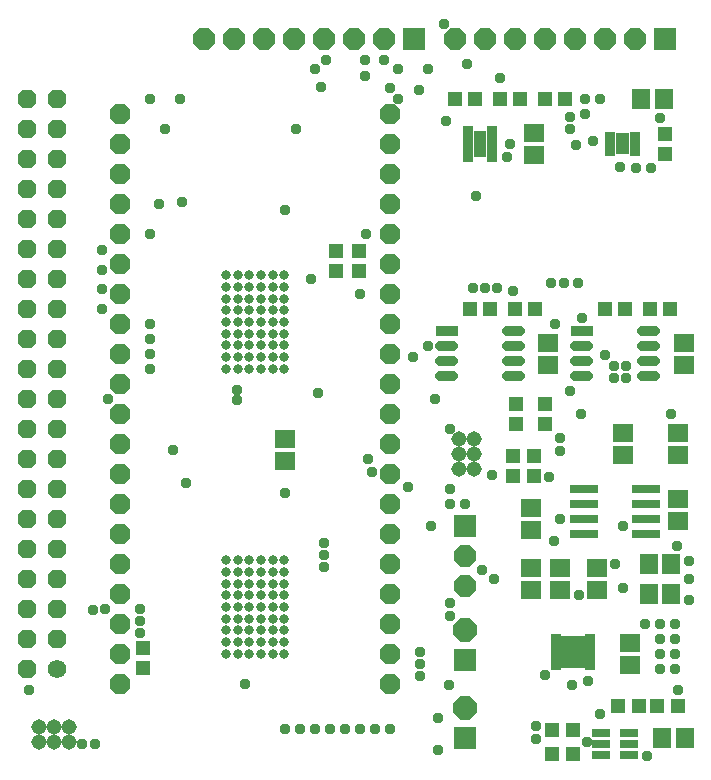
<source format=gbr>
G04 EAGLE Gerber RS-274X export*
G75*
%MOMM*%
%FSLAX34Y34*%
%LPD*%
%INSoldermask Top*%
%IPPOS*%
%AMOC8*
5,1,8,0,0,1.08239X$1,22.5*%
G01*
%ADD10P,1.843527X8X202.500000*%
%ADD11R,1.203200X1.303200*%
%ADD12C,0.812800*%
%ADD13R,1.524000X0.762000*%
%ADD14R,1.303200X1.203200*%
%ADD15R,1.503200X1.703200*%
%ADD16R,1.703200X1.503200*%
%ADD17R,1.803200X1.503200*%
%ADD18R,1.955800X0.863600*%
%ADD19C,0.863600*%
%ADD20R,2.403200X0.803200*%
%ADD21R,1.503200X1.803200*%
%ADD22R,0.812800X0.483109*%
%ADD23R,1.103200X2.203200*%
%ADD24C,0.622300*%
%ADD25C,1.308100*%
%ADD26C,1.574800*%
%ADD27P,1.704548X8X112.500000*%
%ADD28R,0.965200X0.483200*%
%ADD29R,1.092200X1.803400*%
%ADD30C,0.508000*%
%ADD31P,2.144431X8X202.500000*%
%ADD32R,1.981200X1.981200*%
%ADD33P,2.005885X8X22.500000*%
%ADD34R,1.853200X1.853200*%
%ADD35P,2.005885X8X292.500000*%
%ADD36R,0.965200X0.508000*%
%ADD37R,2.006600X2.794000*%
%ADD38C,0.959600*%

G36*
X449637Y548040D02*
X449637Y548040D01*
X449639Y548039D01*
X449682Y548059D01*
X449726Y548077D01*
X449726Y548079D01*
X449728Y548080D01*
X449761Y548165D01*
X449761Y569435D01*
X449760Y569437D01*
X449761Y569439D01*
X449741Y569482D01*
X449723Y569526D01*
X449721Y569526D01*
X449720Y569528D01*
X449635Y569561D01*
X439365Y569561D01*
X439363Y569560D01*
X439361Y569561D01*
X439318Y569541D01*
X439274Y569523D01*
X439274Y569521D01*
X439272Y569520D01*
X439239Y569435D01*
X439239Y548165D01*
X439240Y548163D01*
X439239Y548161D01*
X439259Y548118D01*
X439277Y548074D01*
X439279Y548074D01*
X439280Y548072D01*
X439365Y548039D01*
X449635Y548039D01*
X449637Y548040D01*
G37*
G36*
X570232Y550039D02*
X570232Y550039D01*
X570234Y550038D01*
X570277Y550058D01*
X570321Y550076D01*
X570321Y550078D01*
X570323Y550079D01*
X570356Y550164D01*
X570356Y567436D01*
X570355Y567438D01*
X570356Y567440D01*
X570336Y567483D01*
X570318Y567527D01*
X570316Y567527D01*
X570315Y567529D01*
X570230Y567562D01*
X560070Y567562D01*
X560068Y567561D01*
X560066Y567562D01*
X560023Y567542D01*
X559979Y567524D01*
X559979Y567522D01*
X559977Y567521D01*
X559944Y567436D01*
X559944Y550164D01*
X559945Y550162D01*
X559944Y550160D01*
X559964Y550117D01*
X559982Y550073D01*
X559984Y550073D01*
X559985Y550071D01*
X560070Y550038D01*
X570230Y550038D01*
X570232Y550039D01*
G37*
G36*
X458560Y564075D02*
X458560Y564075D01*
X458562Y564074D01*
X458605Y564094D01*
X458649Y564113D01*
X458649Y564115D01*
X458651Y564116D01*
X458684Y564200D01*
X458684Y568400D01*
X458683Y568402D01*
X458684Y568404D01*
X458664Y568447D01*
X458646Y568490D01*
X458644Y568491D01*
X458643Y568493D01*
X458558Y568526D01*
X450887Y568526D01*
X450885Y568525D01*
X450883Y568526D01*
X450840Y568506D01*
X450796Y568487D01*
X450795Y568485D01*
X450793Y568484D01*
X450760Y568400D01*
X450760Y564200D01*
X450761Y564198D01*
X450760Y564196D01*
X450780Y564153D01*
X450799Y564110D01*
X450801Y564109D01*
X450802Y564107D01*
X450887Y564074D01*
X458558Y564074D01*
X458560Y564075D01*
G37*
G36*
X438115Y564075D02*
X438115Y564075D01*
X438117Y564074D01*
X438160Y564094D01*
X438204Y564113D01*
X438205Y564115D01*
X438207Y564116D01*
X438240Y564200D01*
X438240Y568400D01*
X438239Y568402D01*
X438240Y568404D01*
X438220Y568447D01*
X438201Y568490D01*
X438199Y568491D01*
X438198Y568493D01*
X438113Y568526D01*
X430442Y568526D01*
X430440Y568525D01*
X430438Y568526D01*
X430395Y568506D01*
X430351Y568487D01*
X430351Y568485D01*
X430349Y568484D01*
X430316Y568400D01*
X430316Y564200D01*
X430317Y564198D01*
X430316Y564196D01*
X430336Y564153D01*
X430354Y564110D01*
X430356Y564109D01*
X430357Y564107D01*
X430442Y564074D01*
X438113Y564074D01*
X438115Y564075D01*
G37*
G36*
X438115Y549075D02*
X438115Y549075D01*
X438117Y549074D01*
X438160Y549094D01*
X438204Y549113D01*
X438205Y549115D01*
X438207Y549116D01*
X438240Y549200D01*
X438240Y553400D01*
X438239Y553402D01*
X438240Y553404D01*
X438220Y553447D01*
X438201Y553490D01*
X438199Y553491D01*
X438198Y553493D01*
X438113Y553526D01*
X430442Y553526D01*
X430440Y553525D01*
X430438Y553526D01*
X430395Y553506D01*
X430351Y553487D01*
X430351Y553485D01*
X430349Y553484D01*
X430316Y553400D01*
X430316Y549200D01*
X430317Y549198D01*
X430316Y549196D01*
X430336Y549153D01*
X430354Y549110D01*
X430356Y549109D01*
X430357Y549107D01*
X430442Y549074D01*
X438113Y549074D01*
X438115Y549075D01*
G37*
G36*
X458560Y569075D02*
X458560Y569075D01*
X458562Y569074D01*
X458605Y569094D01*
X458649Y569113D01*
X458649Y569115D01*
X458651Y569116D01*
X458684Y569200D01*
X458684Y573400D01*
X458683Y573402D01*
X458684Y573404D01*
X458664Y573447D01*
X458646Y573490D01*
X458644Y573491D01*
X458643Y573493D01*
X458558Y573526D01*
X450887Y573526D01*
X450885Y573525D01*
X450883Y573526D01*
X450840Y573506D01*
X450796Y573487D01*
X450795Y573485D01*
X450793Y573484D01*
X450760Y573400D01*
X450760Y569200D01*
X450761Y569198D01*
X450760Y569196D01*
X450780Y569153D01*
X450799Y569110D01*
X450801Y569109D01*
X450802Y569107D01*
X450887Y569074D01*
X458558Y569074D01*
X458560Y569075D01*
G37*
G36*
X438115Y569075D02*
X438115Y569075D01*
X438117Y569074D01*
X438160Y569094D01*
X438204Y569113D01*
X438205Y569115D01*
X438207Y569116D01*
X438240Y569200D01*
X438240Y573400D01*
X438239Y573402D01*
X438240Y573404D01*
X438220Y573447D01*
X438201Y573490D01*
X438199Y573491D01*
X438198Y573493D01*
X438113Y573526D01*
X430442Y573526D01*
X430440Y573525D01*
X430438Y573526D01*
X430395Y573506D01*
X430351Y573487D01*
X430351Y573485D01*
X430349Y573484D01*
X430316Y573400D01*
X430316Y569200D01*
X430317Y569198D01*
X430316Y569196D01*
X430336Y569153D01*
X430354Y569110D01*
X430356Y569109D01*
X430357Y569107D01*
X430442Y569074D01*
X438113Y569074D01*
X438115Y569075D01*
G37*
G36*
X438115Y559075D02*
X438115Y559075D01*
X438117Y559074D01*
X438160Y559094D01*
X438204Y559113D01*
X438205Y559115D01*
X438207Y559116D01*
X438240Y559200D01*
X438240Y563400D01*
X438239Y563402D01*
X438240Y563404D01*
X438220Y563447D01*
X438201Y563490D01*
X438199Y563491D01*
X438198Y563493D01*
X438113Y563526D01*
X430442Y563526D01*
X430440Y563525D01*
X430438Y563526D01*
X430395Y563506D01*
X430351Y563487D01*
X430351Y563485D01*
X430349Y563484D01*
X430316Y563400D01*
X430316Y559200D01*
X430317Y559198D01*
X430316Y559196D01*
X430336Y559153D01*
X430354Y559110D01*
X430356Y559109D01*
X430357Y559107D01*
X430442Y559074D01*
X438113Y559074D01*
X438115Y559075D01*
G37*
G36*
X438115Y554075D02*
X438115Y554075D01*
X438117Y554074D01*
X438160Y554094D01*
X438204Y554113D01*
X438205Y554115D01*
X438207Y554116D01*
X438240Y554200D01*
X438240Y558400D01*
X438239Y558402D01*
X438240Y558404D01*
X438220Y558447D01*
X438201Y558490D01*
X438199Y558491D01*
X438198Y558493D01*
X438113Y558526D01*
X430442Y558526D01*
X430440Y558525D01*
X430438Y558526D01*
X430395Y558506D01*
X430351Y558487D01*
X430351Y558485D01*
X430349Y558484D01*
X430316Y558400D01*
X430316Y554200D01*
X430317Y554198D01*
X430316Y554196D01*
X430336Y554153D01*
X430354Y554110D01*
X430356Y554109D01*
X430357Y554107D01*
X430442Y554074D01*
X438113Y554074D01*
X438115Y554075D01*
G37*
G36*
X438115Y544075D02*
X438115Y544075D01*
X438117Y544074D01*
X438160Y544094D01*
X438204Y544113D01*
X438205Y544115D01*
X438207Y544116D01*
X438240Y544200D01*
X438240Y548400D01*
X438239Y548402D01*
X438240Y548404D01*
X438220Y548447D01*
X438201Y548490D01*
X438199Y548491D01*
X438198Y548493D01*
X438113Y548526D01*
X430442Y548526D01*
X430440Y548525D01*
X430438Y548526D01*
X430395Y548506D01*
X430351Y548487D01*
X430351Y548485D01*
X430349Y548484D01*
X430316Y548400D01*
X430316Y544200D01*
X430317Y544198D01*
X430316Y544196D01*
X430336Y544153D01*
X430354Y544110D01*
X430356Y544109D01*
X430357Y544107D01*
X430442Y544074D01*
X438113Y544074D01*
X438115Y544075D01*
G37*
G36*
X558852Y564075D02*
X558852Y564075D01*
X558854Y564074D01*
X558897Y564094D01*
X558941Y564112D01*
X558941Y564114D01*
X558943Y564115D01*
X558976Y564200D01*
X558976Y568400D01*
X558975Y568402D01*
X558976Y568404D01*
X558956Y568447D01*
X558938Y568491D01*
X558936Y568491D01*
X558935Y568493D01*
X558850Y568526D01*
X552450Y568526D01*
X552448Y568525D01*
X552446Y568526D01*
X552403Y568506D01*
X552359Y568488D01*
X552359Y568486D01*
X552357Y568485D01*
X552324Y568400D01*
X552324Y564200D01*
X552325Y564198D01*
X552324Y564196D01*
X552344Y564153D01*
X552362Y564109D01*
X552364Y564109D01*
X552365Y564107D01*
X552450Y564074D01*
X558850Y564074D01*
X558852Y564075D01*
G37*
G36*
X577852Y564075D02*
X577852Y564075D01*
X577854Y564074D01*
X577897Y564094D01*
X577941Y564112D01*
X577941Y564114D01*
X577943Y564115D01*
X577976Y564200D01*
X577976Y568400D01*
X577975Y568402D01*
X577976Y568404D01*
X577956Y568447D01*
X577938Y568491D01*
X577936Y568491D01*
X577935Y568493D01*
X577850Y568526D01*
X571450Y568526D01*
X571448Y568525D01*
X571446Y568526D01*
X571403Y568506D01*
X571359Y568488D01*
X571359Y568486D01*
X571357Y568485D01*
X571324Y568400D01*
X571324Y564200D01*
X571325Y564198D01*
X571324Y564196D01*
X571344Y564153D01*
X571362Y564109D01*
X571364Y564109D01*
X571365Y564107D01*
X571450Y564074D01*
X577850Y564074D01*
X577852Y564075D01*
G37*
G36*
X577852Y559075D02*
X577852Y559075D01*
X577854Y559074D01*
X577897Y559094D01*
X577941Y559112D01*
X577941Y559114D01*
X577943Y559115D01*
X577976Y559200D01*
X577976Y563400D01*
X577975Y563402D01*
X577976Y563404D01*
X577956Y563447D01*
X577938Y563491D01*
X577936Y563491D01*
X577935Y563493D01*
X577850Y563526D01*
X571450Y563526D01*
X571448Y563525D01*
X571446Y563526D01*
X571403Y563506D01*
X571359Y563488D01*
X571359Y563486D01*
X571357Y563485D01*
X571324Y563400D01*
X571324Y559200D01*
X571325Y559198D01*
X571324Y559196D01*
X571344Y559153D01*
X571362Y559109D01*
X571364Y559109D01*
X571365Y559107D01*
X571450Y559074D01*
X577850Y559074D01*
X577852Y559075D01*
G37*
G36*
X558852Y559075D02*
X558852Y559075D01*
X558854Y559074D01*
X558897Y559094D01*
X558941Y559112D01*
X558941Y559114D01*
X558943Y559115D01*
X558976Y559200D01*
X558976Y563400D01*
X558975Y563402D01*
X558976Y563404D01*
X558956Y563447D01*
X558938Y563491D01*
X558936Y563491D01*
X558935Y563493D01*
X558850Y563526D01*
X552450Y563526D01*
X552448Y563525D01*
X552446Y563526D01*
X552403Y563506D01*
X552359Y563488D01*
X552359Y563486D01*
X552357Y563485D01*
X552324Y563400D01*
X552324Y559200D01*
X552325Y559198D01*
X552324Y559196D01*
X552344Y559153D01*
X552362Y559109D01*
X552364Y559109D01*
X552365Y559107D01*
X552450Y559074D01*
X558850Y559074D01*
X558852Y559075D01*
G37*
G36*
X558852Y554075D02*
X558852Y554075D01*
X558854Y554074D01*
X558897Y554094D01*
X558941Y554112D01*
X558941Y554114D01*
X558943Y554115D01*
X558976Y554200D01*
X558976Y558400D01*
X558975Y558402D01*
X558976Y558404D01*
X558956Y558447D01*
X558938Y558491D01*
X558936Y558491D01*
X558935Y558493D01*
X558850Y558526D01*
X552450Y558526D01*
X552448Y558525D01*
X552446Y558526D01*
X552403Y558506D01*
X552359Y558488D01*
X552359Y558486D01*
X552357Y558485D01*
X552324Y558400D01*
X552324Y554200D01*
X552325Y554198D01*
X552324Y554196D01*
X552344Y554153D01*
X552362Y554109D01*
X552364Y554109D01*
X552365Y554107D01*
X552450Y554074D01*
X558850Y554074D01*
X558852Y554075D01*
G37*
G36*
X577852Y554075D02*
X577852Y554075D01*
X577854Y554074D01*
X577897Y554094D01*
X577941Y554112D01*
X577941Y554114D01*
X577943Y554115D01*
X577976Y554200D01*
X577976Y558400D01*
X577975Y558402D01*
X577976Y558404D01*
X577956Y558447D01*
X577938Y558491D01*
X577936Y558491D01*
X577935Y558493D01*
X577850Y558526D01*
X571450Y558526D01*
X571448Y558525D01*
X571446Y558526D01*
X571403Y558506D01*
X571359Y558488D01*
X571359Y558486D01*
X571357Y558485D01*
X571324Y558400D01*
X571324Y554200D01*
X571325Y554198D01*
X571324Y554196D01*
X571344Y554153D01*
X571362Y554109D01*
X571364Y554109D01*
X571365Y554107D01*
X571450Y554074D01*
X577850Y554074D01*
X577852Y554075D01*
G37*
G36*
X558852Y549075D02*
X558852Y549075D01*
X558854Y549074D01*
X558897Y549094D01*
X558941Y549112D01*
X558941Y549114D01*
X558943Y549115D01*
X558976Y549200D01*
X558976Y553400D01*
X558975Y553402D01*
X558976Y553404D01*
X558956Y553447D01*
X558938Y553491D01*
X558936Y553491D01*
X558935Y553493D01*
X558850Y553526D01*
X552450Y553526D01*
X552448Y553525D01*
X552446Y553526D01*
X552403Y553506D01*
X552359Y553488D01*
X552359Y553486D01*
X552357Y553485D01*
X552324Y553400D01*
X552324Y549200D01*
X552325Y549198D01*
X552324Y549196D01*
X552344Y549153D01*
X552362Y549109D01*
X552364Y549109D01*
X552365Y549107D01*
X552450Y549074D01*
X558850Y549074D01*
X558852Y549075D01*
G37*
G36*
X577852Y549075D02*
X577852Y549075D01*
X577854Y549074D01*
X577897Y549094D01*
X577941Y549112D01*
X577941Y549114D01*
X577943Y549115D01*
X577976Y549200D01*
X577976Y553400D01*
X577975Y553402D01*
X577976Y553404D01*
X577956Y553447D01*
X577938Y553491D01*
X577936Y553491D01*
X577935Y553493D01*
X577850Y553526D01*
X571450Y553526D01*
X571448Y553525D01*
X571446Y553526D01*
X571403Y553506D01*
X571359Y553488D01*
X571359Y553486D01*
X571357Y553485D01*
X571324Y553400D01*
X571324Y549200D01*
X571325Y549198D01*
X571324Y549196D01*
X571344Y549153D01*
X571362Y549109D01*
X571364Y549109D01*
X571365Y549107D01*
X571450Y549074D01*
X577850Y549074D01*
X577852Y549075D01*
G37*
G36*
X457290Y549075D02*
X457290Y549075D01*
X457292Y549074D01*
X457335Y549094D01*
X457379Y549113D01*
X457379Y549115D01*
X457381Y549116D01*
X457414Y549200D01*
X457414Y553400D01*
X457413Y553402D01*
X457414Y553404D01*
X457394Y553447D01*
X457376Y553490D01*
X457374Y553491D01*
X457373Y553493D01*
X457288Y553526D01*
X450887Y553526D01*
X450885Y553525D01*
X450883Y553526D01*
X450840Y553506D01*
X450796Y553487D01*
X450795Y553485D01*
X450793Y553484D01*
X450760Y553400D01*
X450760Y549200D01*
X450761Y549198D01*
X450760Y549196D01*
X450780Y549153D01*
X450799Y549110D01*
X450801Y549109D01*
X450802Y549107D01*
X450887Y549074D01*
X457288Y549074D01*
X457290Y549075D01*
G37*
G36*
X457290Y559075D02*
X457290Y559075D01*
X457292Y559074D01*
X457335Y559094D01*
X457379Y559113D01*
X457379Y559115D01*
X457381Y559116D01*
X457414Y559200D01*
X457414Y563400D01*
X457413Y563402D01*
X457414Y563404D01*
X457394Y563447D01*
X457376Y563490D01*
X457374Y563491D01*
X457373Y563493D01*
X457288Y563526D01*
X450887Y563526D01*
X450885Y563525D01*
X450883Y563526D01*
X450840Y563506D01*
X450796Y563487D01*
X450795Y563485D01*
X450793Y563484D01*
X450760Y563400D01*
X450760Y559200D01*
X450761Y559198D01*
X450760Y559196D01*
X450780Y559153D01*
X450799Y559110D01*
X450801Y559109D01*
X450802Y559107D01*
X450887Y559074D01*
X457288Y559074D01*
X457290Y559075D01*
G37*
G36*
X457290Y554075D02*
X457290Y554075D01*
X457292Y554074D01*
X457335Y554094D01*
X457379Y554113D01*
X457379Y554115D01*
X457381Y554116D01*
X457414Y554200D01*
X457414Y558400D01*
X457413Y558402D01*
X457414Y558404D01*
X457394Y558447D01*
X457376Y558490D01*
X457374Y558491D01*
X457373Y558493D01*
X457288Y558526D01*
X450887Y558526D01*
X450885Y558525D01*
X450883Y558526D01*
X450840Y558506D01*
X450796Y558487D01*
X450795Y558485D01*
X450793Y558484D01*
X450760Y558400D01*
X450760Y554200D01*
X450761Y554198D01*
X450760Y554196D01*
X450780Y554153D01*
X450799Y554110D01*
X450801Y554109D01*
X450802Y554107D01*
X450887Y554074D01*
X457288Y554074D01*
X457290Y554075D01*
G37*
G36*
X457290Y544075D02*
X457290Y544075D01*
X457292Y544074D01*
X457335Y544094D01*
X457379Y544113D01*
X457379Y544115D01*
X457381Y544116D01*
X457414Y544200D01*
X457414Y548400D01*
X457413Y548402D01*
X457414Y548404D01*
X457394Y548447D01*
X457376Y548490D01*
X457374Y548491D01*
X457373Y548493D01*
X457288Y548526D01*
X450887Y548526D01*
X450885Y548525D01*
X450883Y548526D01*
X450840Y548506D01*
X450796Y548487D01*
X450795Y548485D01*
X450793Y548484D01*
X450760Y548400D01*
X450760Y544200D01*
X450761Y544198D01*
X450760Y544196D01*
X450780Y544153D01*
X450799Y544110D01*
X450801Y544109D01*
X450802Y544107D01*
X450887Y544074D01*
X457288Y544074D01*
X457290Y544075D01*
G37*
%LPC*%
G36*
X446374Y564611D02*
X446374Y564611D01*
X446374Y560863D01*
X442626Y560863D01*
X442626Y564611D01*
X446374Y564611D01*
G37*
%LPD*%
%LPC*%
G36*
X563276Y560863D02*
X563276Y560863D01*
X563276Y564611D01*
X567024Y564611D01*
X567024Y560863D01*
X563276Y560863D01*
G37*
%LPD*%
%LPC*%
G36*
X446374Y556737D02*
X446374Y556737D01*
X446374Y552989D01*
X442626Y552989D01*
X442626Y556737D01*
X446374Y556737D01*
G37*
%LPD*%
%LPC*%
G36*
X563276Y552989D02*
X563276Y552989D01*
X563276Y556737D01*
X567024Y556737D01*
X567024Y552989D01*
X563276Y552989D01*
G37*
%LPD*%
D10*
X368300Y101600D03*
X368300Y127000D03*
X368300Y152400D03*
X368300Y177800D03*
X368300Y203200D03*
X368300Y228600D03*
X368300Y254000D03*
X368300Y279400D03*
X368300Y304800D03*
X368300Y330200D03*
X368300Y355600D03*
X368300Y381000D03*
X368300Y406400D03*
X368300Y431800D03*
X368300Y457200D03*
X368300Y482600D03*
X368300Y508000D03*
X368300Y533400D03*
X368300Y558800D03*
X368300Y584200D03*
X139700Y584200D03*
X139700Y558800D03*
X139700Y533400D03*
X139700Y508000D03*
X139700Y482600D03*
X139700Y457200D03*
X139700Y431800D03*
X139700Y406400D03*
X139700Y381000D03*
X139700Y355600D03*
X139700Y330200D03*
X139700Y304800D03*
X139700Y279400D03*
X139700Y254000D03*
X139700Y228600D03*
X139700Y203200D03*
X139700Y177800D03*
X139700Y152400D03*
X139700Y127000D03*
X139700Y101600D03*
D11*
X322580Y451240D03*
X322580Y468240D03*
X341630Y468240D03*
X341630Y451240D03*
X158750Y131690D03*
X158750Y114690D03*
D12*
X229362Y127000D03*
X239268Y127000D03*
X249174Y127000D03*
X259080Y127000D03*
X268986Y127000D03*
X278892Y127000D03*
X229362Y136906D03*
X239268Y136906D03*
X249174Y136906D03*
X259080Y136906D03*
X268986Y136906D03*
X278892Y136906D03*
X229362Y146812D03*
X239268Y146812D03*
X249174Y146812D03*
X259080Y146812D03*
X268986Y146812D03*
X278892Y146812D03*
X229362Y156718D03*
X239268Y156718D03*
X249174Y156718D03*
X259080Y156718D03*
X268986Y156718D03*
X278892Y156718D03*
X229362Y166624D03*
X239268Y166624D03*
X249174Y166624D03*
X259080Y166624D03*
X268986Y166624D03*
X278892Y166624D03*
X229362Y176530D03*
X239268Y176530D03*
X249174Y176530D03*
X259080Y176530D03*
X268986Y176530D03*
X278892Y176530D03*
X229362Y186436D03*
X239268Y186436D03*
X249174Y186436D03*
X259080Y186436D03*
X268986Y186436D03*
X278892Y186436D03*
X229362Y196342D03*
X239268Y196342D03*
X249174Y196342D03*
X259080Y196342D03*
X268986Y196342D03*
X278892Y196342D03*
X229362Y206248D03*
X239268Y206248D03*
X249174Y206248D03*
X259080Y206248D03*
X268986Y206248D03*
X278892Y206248D03*
X229362Y368300D03*
X239268Y368300D03*
X249174Y368300D03*
X259080Y368300D03*
X268986Y368300D03*
X278892Y368300D03*
X229362Y378206D03*
X239268Y378206D03*
X249174Y378206D03*
X259080Y378206D03*
X268986Y378206D03*
X278892Y378206D03*
X229362Y388112D03*
X239268Y388112D03*
X249174Y388112D03*
X259080Y388112D03*
X268986Y388112D03*
X278892Y388112D03*
X229362Y398018D03*
X239268Y398018D03*
X249174Y398018D03*
X259080Y398018D03*
X268986Y398018D03*
X278892Y398018D03*
X229362Y407924D03*
X239268Y407924D03*
X249174Y407924D03*
X259080Y407924D03*
X268986Y407924D03*
X278892Y407924D03*
X229362Y417830D03*
X239268Y417830D03*
X249174Y417830D03*
X259080Y417830D03*
X268986Y417830D03*
X278892Y417830D03*
X229362Y427736D03*
X239268Y427736D03*
X249174Y427736D03*
X259080Y427736D03*
X268986Y427736D03*
X278892Y427736D03*
X229362Y437642D03*
X239268Y437642D03*
X249174Y437642D03*
X259080Y437642D03*
X268986Y437642D03*
X278892Y437642D03*
X229362Y447548D03*
X239268Y447548D03*
X249174Y447548D03*
X259080Y447548D03*
X268986Y447548D03*
X278892Y447548D03*
D13*
X546862Y60300D03*
X546862Y50800D03*
X546862Y41300D03*
X570738Y41300D03*
X570738Y50800D03*
X570738Y60300D03*
D14*
X505850Y41910D03*
X522850Y41910D03*
X505850Y62230D03*
X522850Y62230D03*
X578730Y82550D03*
X561730Y82550D03*
D11*
X594750Y82750D03*
X611750Y82750D03*
D15*
X598930Y55880D03*
X617930Y55880D03*
D16*
X279400Y290220D03*
X279400Y309220D03*
X543560Y200000D03*
X543560Y181000D03*
D17*
X511810Y200000D03*
X511810Y181000D03*
D16*
X487680Y181000D03*
X487680Y200000D03*
D17*
X565150Y295300D03*
X565150Y314300D03*
X612140Y295300D03*
X612140Y314300D03*
D18*
X530800Y400050D03*
D19*
X525339Y387350D02*
X536261Y387350D01*
X536261Y374650D02*
X525339Y374650D01*
X525339Y361950D02*
X536261Y361950D01*
X581339Y361950D02*
X592261Y361950D01*
X592261Y374650D02*
X581339Y374650D01*
X581339Y387350D02*
X592261Y387350D01*
X592261Y400050D02*
X581339Y400050D01*
D17*
X617220Y390500D03*
X617220Y371500D03*
D14*
X567300Y419100D03*
X550300Y419100D03*
D11*
X499110Y338700D03*
X499110Y321700D03*
D14*
X588400Y419000D03*
X605400Y419000D03*
D18*
X416500Y400150D03*
D19*
X411039Y387450D02*
X421961Y387450D01*
X421961Y374750D02*
X411039Y374750D01*
X411039Y362050D02*
X421961Y362050D01*
X467039Y362050D02*
X477961Y362050D01*
X477961Y374750D02*
X467039Y374750D01*
X467039Y387450D02*
X477961Y387450D01*
X477961Y400150D02*
X467039Y400150D01*
D17*
X501650Y371500D03*
X501650Y390500D03*
D11*
X474980Y338700D03*
X474980Y321700D03*
D14*
X453000Y419100D03*
X436000Y419100D03*
X474100Y419000D03*
X491100Y419000D03*
D20*
X532900Y254000D03*
X584900Y254000D03*
X532900Y266700D03*
X532900Y241300D03*
X532900Y228600D03*
X584900Y266700D03*
X584900Y241300D03*
X584900Y228600D03*
D21*
X606400Y203200D03*
X587400Y203200D03*
D17*
X487680Y231800D03*
X487680Y250800D03*
D21*
X606400Y177900D03*
X587400Y177900D03*
D17*
X612140Y239420D03*
X612140Y258420D03*
D22*
X434365Y571300D03*
X434365Y566300D03*
X434365Y561300D03*
X434365Y556300D03*
X434365Y551300D03*
X434365Y546300D03*
X454635Y546300D03*
X454635Y551300D03*
X454635Y556300D03*
X454635Y561300D03*
X454635Y566300D03*
X454635Y571300D03*
D23*
X444500Y558800D03*
D24*
X444500Y563880D03*
X444500Y553720D03*
D17*
X490220Y549300D03*
X490220Y568300D03*
D25*
X71120Y52070D03*
X71120Y64770D03*
X83820Y52070D03*
X83820Y64770D03*
X96520Y52070D03*
X96520Y64770D03*
X439420Y283210D03*
X426720Y283210D03*
X439420Y295910D03*
X426720Y295910D03*
X439420Y308610D03*
X426720Y308610D03*
D11*
X490220Y277250D03*
X490220Y294250D03*
X472440Y277250D03*
X472440Y294250D03*
D16*
X571500Y117500D03*
X571500Y136500D03*
D14*
X423300Y596900D03*
X440300Y596900D03*
X461400Y596900D03*
X478400Y596900D03*
D26*
X86360Y114300D03*
D27*
X60960Y114300D03*
X86360Y139700D03*
X60960Y139700D03*
X86360Y165100D03*
X60960Y165100D03*
X86360Y190500D03*
X60960Y190500D03*
X86360Y215900D03*
X60960Y215900D03*
X86360Y241300D03*
X60960Y241300D03*
X86360Y266700D03*
X60960Y266700D03*
X86360Y292100D03*
X60960Y292100D03*
X86360Y317500D03*
X60960Y317500D03*
X86360Y342900D03*
X60960Y342900D03*
X86360Y368300D03*
X60960Y368300D03*
X86360Y393700D03*
X60960Y393700D03*
X86360Y419100D03*
X60960Y419100D03*
X86360Y444500D03*
X60960Y444500D03*
X86360Y469900D03*
X60960Y469900D03*
X86360Y495300D03*
X60960Y495300D03*
X86360Y520700D03*
X60960Y520700D03*
X86360Y546100D03*
X60960Y546100D03*
X86360Y571500D03*
X60960Y571500D03*
X86360Y596900D03*
X60960Y596900D03*
D28*
X554340Y566300D03*
X554340Y561300D03*
X554340Y556300D03*
X554340Y551300D03*
X575960Y551300D03*
X575960Y556300D03*
X575960Y561300D03*
X575960Y566300D03*
D29*
X565150Y558800D03*
D30*
X565150Y564300D03*
X565150Y553300D03*
D14*
X516500Y596900D03*
X499500Y596900D03*
D11*
X600710Y567300D03*
X600710Y550300D03*
D21*
X581050Y596900D03*
X600050Y596900D03*
D31*
X431700Y81280D03*
D32*
X431700Y55880D03*
D33*
X431800Y209550D03*
D34*
X431800Y234950D03*
D33*
X431800Y184150D03*
D35*
X576072Y647474D03*
D34*
X601472Y647474D03*
D35*
X550672Y647474D03*
X525272Y647474D03*
X499872Y647474D03*
X474472Y647474D03*
X449072Y647474D03*
X423672Y647474D03*
X363193Y647472D03*
D34*
X388593Y647472D03*
D35*
X337793Y647472D03*
X312393Y647472D03*
X286993Y647472D03*
X261593Y647472D03*
X236193Y647472D03*
X210793Y647472D03*
D31*
X431800Y147320D03*
D32*
X431800Y121920D03*
D36*
X508508Y140770D03*
X508508Y135770D03*
X508508Y130770D03*
X508508Y125770D03*
X508508Y120770D03*
X508508Y115770D03*
X537972Y115770D03*
X537972Y120770D03*
X537972Y125770D03*
X537972Y130770D03*
X537972Y135770D03*
X537972Y140770D03*
D37*
X523240Y128270D03*
D12*
X523240Y128270D03*
X528726Y135306D03*
X517754Y135306D03*
X528726Y121234D03*
X517754Y121234D03*
D38*
X368300Y63500D03*
X402590Y234950D03*
X406400Y342900D03*
X528320Y176530D03*
X521970Y100330D03*
X355600Y63500D03*
X300990Y444500D03*
X191770Y509270D03*
X165100Y482092D03*
X534670Y52070D03*
X454660Y278130D03*
X511810Y309880D03*
X408940Y72390D03*
X408940Y45720D03*
X393700Y118110D03*
X419100Y170180D03*
X393700Y128270D03*
X393700Y107950D03*
X312420Y220980D03*
X312420Y210820D03*
X124460Y468630D03*
X124460Y452120D03*
X124460Y435610D03*
X124460Y419100D03*
X165100Y406400D03*
X165100Y393700D03*
X165100Y381000D03*
X165100Y368300D03*
X491490Y66040D03*
X491490Y54610D03*
X438150Y436880D03*
X448310Y436880D03*
X458470Y436880D03*
X504190Y440690D03*
X515620Y440690D03*
X527050Y440690D03*
X584200Y152400D03*
X596900Y152400D03*
X609600Y152400D03*
X596900Y139700D03*
X609600Y139700D03*
X596900Y127000D03*
X609600Y127000D03*
X596900Y114300D03*
X609600Y114300D03*
X431800Y254000D03*
X419100Y254000D03*
X156210Y165100D03*
X156210Y154940D03*
X156210Y144780D03*
X533400Y584200D03*
X520700Y581660D03*
X520700Y571500D03*
X621030Y205740D03*
X621030Y190500D03*
X621030Y172720D03*
X511810Y298450D03*
X419100Y158750D03*
X455930Y190500D03*
X445770Y198120D03*
X313690Y629920D03*
X346710Y629920D03*
X363220Y629920D03*
X557530Y370840D03*
X567690Y370840D03*
X557530Y360680D03*
X567690Y360680D03*
X312420Y200660D03*
X195580Y271780D03*
X184150Y299720D03*
X342900Y63500D03*
X330200Y63500D03*
X317500Y63500D03*
X304800Y63500D03*
X419100Y317500D03*
X279400Y63500D03*
X349532Y292100D03*
X127000Y165100D03*
X292100Y63500D03*
X353060Y280670D03*
X116558Y163830D03*
X383540Y267970D03*
X529590Y330200D03*
X605790Y330200D03*
X415290Y577850D03*
X546100Y76200D03*
X346710Y615950D03*
X433070Y626110D03*
X461010Y614680D03*
X245110Y101600D03*
X107351Y50800D03*
X62230Y96520D03*
X118110Y50800D03*
X419100Y266700D03*
X307340Y347980D03*
X238760Y350718D03*
X172720Y508000D03*
X177800Y571500D03*
X190500Y596900D03*
X165100Y596900D03*
X469900Y558800D03*
X309880Y607060D03*
X368300Y605790D03*
X392712Y604520D03*
X467360Y547370D03*
X304800Y622300D03*
X374650Y622300D03*
X400050Y622300D03*
X499110Y109220D03*
X417830Y100330D03*
X414020Y660400D03*
X585470Y40640D03*
X387350Y378460D03*
X612140Y96520D03*
X129540Y342900D03*
X238760Y341630D03*
X342900Y431800D03*
X279400Y262890D03*
X288290Y571500D03*
X279400Y502920D03*
X533400Y596900D03*
X374650Y596900D03*
X530860Y411480D03*
X549910Y379730D03*
X539750Y561340D03*
X558800Y203200D03*
X506730Y222250D03*
X511810Y241300D03*
X502920Y276860D03*
X565150Y182880D03*
X610870Y218440D03*
X508000Y406400D03*
X472440Y434340D03*
X565150Y234950D03*
X520700Y349250D03*
X525780Y557530D03*
X400050Y387350D03*
X440690Y514350D03*
X347980Y482600D03*
X562610Y539468D03*
X546100Y596900D03*
X576580Y538480D03*
X589280Y538480D03*
X596900Y580390D03*
X535940Y104140D03*
M02*

</source>
